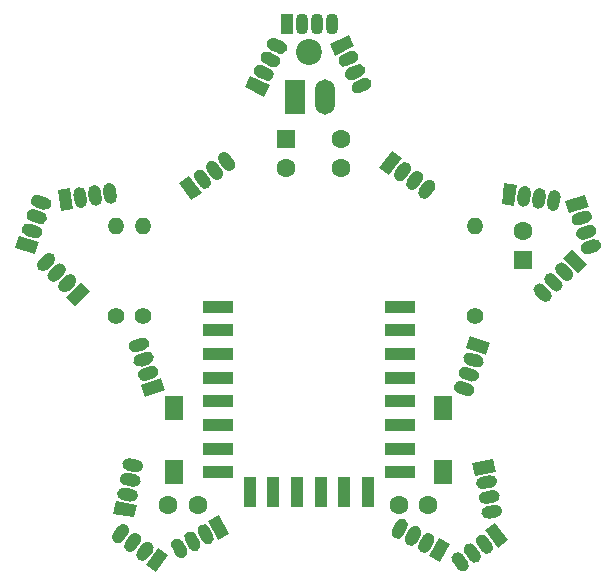
<source format=gbr>
%TF.GenerationSoftware,KiCad,Pcbnew,(5.1.9)-1*%
%TF.CreationDate,2021-09-09T22:51:27+02:00*%
%TF.ProjectId,star,73746172-2e6b-4696-9361-645f70636258,rev?*%
%TF.SameCoordinates,Original*%
%TF.FileFunction,Soldermask,Top*%
%TF.FilePolarity,Negative*%
%FSLAX46Y46*%
G04 Gerber Fmt 4.6, Leading zero omitted, Abs format (unit mm)*
G04 Created by KiCad (PCBNEW (5.1.9)-1) date 2021-09-09 22:51:27*
%MOMM*%
%LPD*%
G01*
G04 APERTURE LIST*
%ADD10C,0.100000*%
%ADD11O,1.070000X1.800000*%
%ADD12R,1.070000X1.800000*%
%ADD13O,1.700000X3.000000*%
%ADD14R,1.700000X3.000000*%
%ADD15R,1.100000X2.500000*%
%ADD16R,2.500000X1.100000*%
%ADD17C,2.200000*%
%ADD18R,1.600000X2.000000*%
%ADD19O,1.400000X1.400000*%
%ADD20C,1.400000*%
%ADD21C,1.600000*%
%ADD22R,1.600000X1.600000*%
G04 APERTURE END LIST*
%TO.C,D7*%
G36*
G01*
X76292319Y-81576131D02*
X75776131Y-82092319D01*
G75*
G02*
X75019527Y-82092319I-378302J378302D01*
G01*
X75019527Y-82092319D01*
G75*
G02*
X75019527Y-81335715I378302J378302D01*
G01*
X75535715Y-80819527D01*
G75*
G02*
X76292319Y-80819527I378302J-378302D01*
G01*
X76292319Y-80819527D01*
G75*
G02*
X76292319Y-81576131I-378302J-378302D01*
G01*
G37*
G36*
G01*
X77190345Y-82474157D02*
X76674157Y-82990345D01*
G75*
G02*
X75917553Y-82990345I-378302J378302D01*
G01*
X75917553Y-82990345D01*
G75*
G02*
X75917553Y-82233741I378302J378302D01*
G01*
X76433741Y-81717553D01*
G75*
G02*
X77190345Y-81717553I378302J-378302D01*
G01*
X77190345Y-81717553D01*
G75*
G02*
X77190345Y-82474157I-378302J-378302D01*
G01*
G37*
G36*
G01*
X78088370Y-83372182D02*
X77572182Y-83888370D01*
G75*
G02*
X76815578Y-83888370I-378302J378302D01*
G01*
X76815578Y-83888370D01*
G75*
G02*
X76815578Y-83131766I378302J378302D01*
G01*
X77331766Y-82615578D01*
G75*
G02*
X78088370Y-82615578I378302J-378302D01*
G01*
X78088370Y-82615578D01*
G75*
G02*
X78088370Y-83372182I-378302J-378302D01*
G01*
G37*
D10*
G36*
X79364698Y-83891906D02*
G01*
X78091906Y-85164698D01*
X77335302Y-84408094D01*
X78608094Y-83135302D01*
X79364698Y-83891906D01*
G37*
%TD*%
%TO.C,D6*%
G36*
G01*
X75431812Y-77021606D02*
X74737540Y-76796024D01*
G75*
G02*
X74394049Y-76121885I165324J508815D01*
G01*
X74394049Y-76121885D01*
G75*
G02*
X75068188Y-75778394I508815J-165324D01*
G01*
X75762460Y-76003976D01*
G75*
G02*
X76105951Y-76678115I-165324J-508815D01*
G01*
X76105951Y-76678115D01*
G75*
G02*
X75431812Y-77021606I-508815J165324D01*
G01*
G37*
G36*
G01*
X75039360Y-78229447D02*
X74345088Y-78003865D01*
G75*
G02*
X74001597Y-77329726I165324J508815D01*
G01*
X74001597Y-77329726D01*
G75*
G02*
X74675736Y-76986235I508815J-165324D01*
G01*
X75370008Y-77211817D01*
G75*
G02*
X75713499Y-77885956I-165324J-508815D01*
G01*
X75713499Y-77885956D01*
G75*
G02*
X75039360Y-78229447I-508815J165324D01*
G01*
G37*
G36*
G01*
X74646909Y-79437289D02*
X73952637Y-79211707D01*
G75*
G02*
X73609146Y-78537568I165324J508815D01*
G01*
X73609146Y-78537568D01*
G75*
G02*
X74283285Y-78194077I508815J-165324D01*
G01*
X74977557Y-78419659D01*
G75*
G02*
X75321048Y-79093798I-165324J-508815D01*
G01*
X75321048Y-79093798D01*
G75*
G02*
X74646909Y-79437289I-508815J165324D01*
G01*
G37*
G36*
X74763272Y-80810456D02*
G01*
X73051370Y-80254225D01*
X73382018Y-79236594D01*
X75093920Y-79792825D01*
X74763272Y-80810456D01*
G37*
%TD*%
%TO.C,D5*%
G36*
X76887822Y-77142449D02*
G01*
X76637311Y-75359966D01*
X77696898Y-75211051D01*
X77947409Y-76993534D01*
X76887822Y-77142449D01*
G37*
G36*
G01*
X78071005Y-76435906D02*
X77969409Y-75713010D01*
G75*
G02*
X78424744Y-75108759I529793J74458D01*
G01*
X78424744Y-75108759D01*
G75*
G02*
X79028995Y-75564094I74458J-529793D01*
G01*
X79130591Y-76286990D01*
G75*
G02*
X78675256Y-76891241I-529793J-74458D01*
G01*
X78675256Y-76891241D01*
G75*
G02*
X78071005Y-76435906I-74458J529793D01*
G01*
G37*
G36*
G01*
X79328646Y-76259156D02*
X79227050Y-75536260D01*
G75*
G02*
X79682385Y-74932009I529793J74458D01*
G01*
X79682385Y-74932009D01*
G75*
G02*
X80286636Y-75387344I74458J-529793D01*
G01*
X80388232Y-76110240D01*
G75*
G02*
X79932897Y-76714491I-529793J-74458D01*
G01*
X79932897Y-76714491D01*
G75*
G02*
X79328646Y-76259156I-74458J529793D01*
G01*
G37*
G36*
G01*
X80586286Y-76082406D02*
X80484690Y-75359510D01*
G75*
G02*
X80940025Y-74755259I529793J74458D01*
G01*
X80940025Y-74755259D01*
G75*
G02*
X81544276Y-75210594I74458J-529793D01*
G01*
X81645872Y-75933490D01*
G75*
G02*
X81190537Y-76537741I-529793J-74458D01*
G01*
X81190537Y-76537741D01*
G75*
G02*
X80586286Y-76082406I-74458J529793D01*
G01*
G37*
%TD*%
%TO.C,D4*%
G36*
X87963828Y-76232042D02*
G01*
X86905814Y-74775812D01*
X87771462Y-74146882D01*
X88829476Y-75603112D01*
X87963828Y-76232042D01*
G37*
G36*
G01*
X88676815Y-75052731D02*
X88247731Y-74462149D01*
G75*
G02*
X88366090Y-73714860I432824J314465D01*
G01*
X88366090Y-73714860D01*
G75*
G02*
X89113379Y-73833219I314465J-432824D01*
G01*
X89542463Y-74423801D01*
G75*
G02*
X89424104Y-75171090I-432824J-314465D01*
G01*
X89424104Y-75171090D01*
G75*
G02*
X88676815Y-75052731I-314465J432824D01*
G01*
G37*
G36*
G01*
X89704266Y-74306243D02*
X89275182Y-73715661D01*
G75*
G02*
X89393541Y-72968372I432824J314465D01*
G01*
X89393541Y-72968372D01*
G75*
G02*
X90140830Y-73086731I314465J-432824D01*
G01*
X90569914Y-73677313D01*
G75*
G02*
X90451555Y-74424602I-432824J-314465D01*
G01*
X90451555Y-74424602D01*
G75*
G02*
X89704266Y-74306243I-314465J432824D01*
G01*
G37*
G36*
G01*
X90731718Y-73559756D02*
X90302634Y-72969174D01*
G75*
G02*
X90420993Y-72221885I432824J314465D01*
G01*
X90420993Y-72221885D01*
G75*
G02*
X91168282Y-72340244I314465J-432824D01*
G01*
X91597366Y-72930826D01*
G75*
G02*
X91479007Y-73678115I-432824J-314465D01*
G01*
X91479007Y-73678115D01*
G75*
G02*
X90731718Y-73559756I-314465J432824D01*
G01*
G37*
%TD*%
%TO.C,D3*%
G36*
G01*
X95300262Y-63799392D02*
X94644142Y-63479382D01*
G75*
G02*
X94397816Y-62763998I234529J480855D01*
G01*
X94397816Y-62763998D01*
G75*
G02*
X95113200Y-62517672I480855J-234529D01*
G01*
X95769320Y-62837682D01*
G75*
G02*
X96015646Y-63553066I-234529J-480855D01*
G01*
X96015646Y-63553066D01*
G75*
G02*
X95300262Y-63799392I-480855J234529D01*
G01*
G37*
G36*
G01*
X94743531Y-64940860D02*
X94087411Y-64620850D01*
G75*
G02*
X93841085Y-63905466I234529J480855D01*
G01*
X93841085Y-63905466D01*
G75*
G02*
X94556469Y-63659140I480855J-234529D01*
G01*
X95212589Y-63979150D01*
G75*
G02*
X95458915Y-64694534I-234529J-480855D01*
G01*
X95458915Y-64694534D01*
G75*
G02*
X94743531Y-64940860I-480855J234529D01*
G01*
G37*
G36*
G01*
X94186799Y-66082329D02*
X93530679Y-65762319D01*
G75*
G02*
X93284353Y-65046935I234529J480855D01*
G01*
X93284353Y-65046935D01*
G75*
G02*
X93999737Y-64800609I480855J-234529D01*
G01*
X94655857Y-65120619D01*
G75*
G02*
X94902183Y-65836003I-234529J-480855D01*
G01*
X94902183Y-65836003D01*
G75*
G02*
X94186799Y-66082329I-480855J234529D01*
G01*
G37*
G36*
X94110923Y-67458326D02*
G01*
X92493094Y-66669258D01*
X92962151Y-65707548D01*
X94579980Y-66496616D01*
X94110923Y-67458326D01*
G37*
%TD*%
D11*
%TO.C,D2*%
X99890000Y-61300000D03*
X98620000Y-61300000D03*
X97350000Y-61300000D03*
D12*
X96080000Y-61300000D03*
%TD*%
%TO.C,D1*%
G36*
G01*
X101807605Y-66203555D02*
X102463725Y-65883545D01*
G75*
G02*
X103179109Y-66129871I234529J-480855D01*
G01*
X103179109Y-66129871D01*
G75*
G02*
X102932783Y-66845255I-480855J-234529D01*
G01*
X102276663Y-67165265D01*
G75*
G02*
X101561279Y-66918939I-234529J480855D01*
G01*
X101561279Y-66918939D01*
G75*
G02*
X101807605Y-66203555I480855J234529D01*
G01*
G37*
G36*
G01*
X101250874Y-65062087D02*
X101906994Y-64742077D01*
G75*
G02*
X102622378Y-64988403I234529J-480855D01*
G01*
X102622378Y-64988403D01*
G75*
G02*
X102376052Y-65703787I-480855J-234529D01*
G01*
X101719932Y-66023797D01*
G75*
G02*
X101004548Y-65777471I-234529J480855D01*
G01*
X101004548Y-65777471D01*
G75*
G02*
X101250874Y-65062087I480855J234529D01*
G01*
G37*
G36*
G01*
X100694142Y-63920618D02*
X101350262Y-63600608D01*
G75*
G02*
X102065646Y-63846934I234529J-480855D01*
G01*
X102065646Y-63846934D01*
G75*
G02*
X101819320Y-64562318I-480855J-234529D01*
G01*
X101163200Y-64882328D01*
G75*
G02*
X100447816Y-64636002I-234529J480855D01*
G01*
X100447816Y-64636002D01*
G75*
G02*
X100694142Y-63920618I480855J234529D01*
G01*
G37*
D10*
G36*
X99656557Y-63013679D02*
G01*
X101274386Y-62224611D01*
X101743443Y-63186321D01*
X100125614Y-63975389D01*
X99656557Y-63013679D01*
G37*
%TD*%
%TO.C,D20*%
G36*
G01*
X107252634Y-75280826D02*
X107681718Y-74690244D01*
G75*
G02*
X108429007Y-74571885I432824J-314465D01*
G01*
X108429007Y-74571885D01*
G75*
G02*
X108547366Y-75319174I-314465J-432824D01*
G01*
X108118282Y-75909756D01*
G75*
G02*
X107370993Y-76028115I-432824J314465D01*
G01*
X107370993Y-76028115D01*
G75*
G02*
X107252634Y-75280826I314465J432824D01*
G01*
G37*
G36*
G01*
X106225182Y-74534339D02*
X106654266Y-73943757D01*
G75*
G02*
X107401555Y-73825398I432824J-314465D01*
G01*
X107401555Y-73825398D01*
G75*
G02*
X107519914Y-74572687I-314465J-432824D01*
G01*
X107090830Y-75163269D01*
G75*
G02*
X106343541Y-75281628I-432824J314465D01*
G01*
X106343541Y-75281628D01*
G75*
G02*
X106225182Y-74534339I314465J432824D01*
G01*
G37*
G36*
G01*
X105197731Y-73787851D02*
X105626815Y-73197269D01*
G75*
G02*
X106374104Y-73078910I432824J-314465D01*
G01*
X106374104Y-73078910D01*
G75*
G02*
X106492463Y-73826199I-314465J-432824D01*
G01*
X106063379Y-74416781D01*
G75*
G02*
X105316090Y-74535140I-432824J314465D01*
G01*
X105316090Y-74535140D01*
G75*
G02*
X105197731Y-73787851I314465J432824D01*
G01*
G37*
G36*
X103855814Y-73474188D02*
G01*
X104913828Y-72017958D01*
X105779476Y-72646888D01*
X104721462Y-74103118D01*
X103855814Y-73474188D01*
G37*
%TD*%
%TO.C,D19*%
G36*
G01*
X118069409Y-76536990D02*
X118171005Y-75814094D01*
G75*
G02*
X118775256Y-75358759I529793J-74458D01*
G01*
X118775256Y-75358759D01*
G75*
G02*
X119230591Y-75963010I-74458J-529793D01*
G01*
X119128995Y-76685906D01*
G75*
G02*
X118524744Y-77141241I-529793J74458D01*
G01*
X118524744Y-77141241D01*
G75*
G02*
X118069409Y-76536990I74458J529793D01*
G01*
G37*
G36*
G01*
X116811769Y-76360240D02*
X116913365Y-75637344D01*
G75*
G02*
X117517616Y-75182009I529793J-74458D01*
G01*
X117517616Y-75182009D01*
G75*
G02*
X117972951Y-75786260I-74458J-529793D01*
G01*
X117871355Y-76509156D01*
G75*
G02*
X117267104Y-76964491I-529793J74458D01*
G01*
X117267104Y-76964491D01*
G75*
G02*
X116811769Y-76360240I74458J529793D01*
G01*
G37*
G36*
G01*
X115554128Y-76183490D02*
X115655724Y-75460594D01*
G75*
G02*
X116259975Y-75005259I529793J-74458D01*
G01*
X116259975Y-75005259D01*
G75*
G02*
X116715310Y-75609510I-74458J-529793D01*
G01*
X116613714Y-76332406D01*
G75*
G02*
X116009463Y-76787741I-529793J74458D01*
G01*
X116009463Y-76787741D01*
G75*
G02*
X115554128Y-76183490I74458J529793D01*
G01*
G37*
G36*
X114222030Y-76536534D02*
G01*
X114472541Y-74754051D01*
X115532128Y-74902966D01*
X115281617Y-76685449D01*
X114222030Y-76536534D01*
G37*
%TD*%
%TO.C,D18*%
G36*
G01*
X121279992Y-79761817D02*
X121974264Y-79536235D01*
G75*
G02*
X122648403Y-79879726I165324J-508815D01*
G01*
X122648403Y-79879726D01*
G75*
G02*
X122304912Y-80553865I-508815J-165324D01*
G01*
X121610640Y-80779447D01*
G75*
G02*
X120936501Y-80435956I-165324J508815D01*
G01*
X120936501Y-80435956D01*
G75*
G02*
X121279992Y-79761817I508815J165324D01*
G01*
G37*
G36*
G01*
X120887540Y-78553976D02*
X121581812Y-78328394D01*
G75*
G02*
X122255951Y-78671885I165324J-508815D01*
G01*
X122255951Y-78671885D01*
G75*
G02*
X121912460Y-79346024I-508815J-165324D01*
G01*
X121218188Y-79571606D01*
G75*
G02*
X120544049Y-79228115I-165324J508815D01*
G01*
X120544049Y-79228115D01*
G75*
G02*
X120887540Y-78553976I508815J165324D01*
G01*
G37*
G36*
G01*
X120495089Y-77346134D02*
X121189361Y-77120552D01*
G75*
G02*
X121863500Y-77464043I165324J-508815D01*
G01*
X121863500Y-77464043D01*
G75*
G02*
X121520009Y-78138182I-508815J-165324D01*
G01*
X120825737Y-78363764D01*
G75*
G02*
X120151598Y-78020273I-165324J508815D01*
G01*
X120151598Y-78020273D01*
G75*
G02*
X120495089Y-77346134I508815J165324D01*
G01*
G37*
G36*
X119593822Y-76303616D02*
G01*
X121305724Y-75747385D01*
X121636372Y-76765016D01*
X119924470Y-77321247D01*
X119593822Y-76303616D01*
G37*
%TD*%
%TO.C,D17*%
G36*
G01*
X117831297Y-83415799D02*
X118338397Y-83940917D01*
G75*
G02*
X118325192Y-84697406I-384847J-371642D01*
G01*
X118325192Y-84697406D01*
G75*
G02*
X117568703Y-84684201I-371642J384847D01*
G01*
X117061603Y-84159083D01*
G75*
G02*
X117074808Y-83402594I384847J371642D01*
G01*
X117074808Y-83402594D01*
G75*
G02*
X117831297Y-83415799I371642J-384847D01*
G01*
G37*
G36*
G01*
X118744859Y-82533583D02*
X119251959Y-83058701D01*
G75*
G02*
X119238754Y-83815190I-384847J-371642D01*
G01*
X119238754Y-83815190D01*
G75*
G02*
X118482265Y-83801985I-371642J384847D01*
G01*
X117975165Y-83276867D01*
G75*
G02*
X117988370Y-82520378I384847J371642D01*
G01*
X117988370Y-82520378D01*
G75*
G02*
X118744859Y-82533583I371642J-384847D01*
G01*
G37*
G36*
G01*
X119658420Y-81651367D02*
X120165520Y-82176485D01*
G75*
G02*
X120152315Y-82932974I-384847J-371642D01*
G01*
X120152315Y-82932974D01*
G75*
G02*
X119395826Y-82919769I-371642J384847D01*
G01*
X118888726Y-82394651D01*
G75*
G02*
X118901931Y-81638162I384847J371642D01*
G01*
X118901931Y-81638162D01*
G75*
G02*
X119658420Y-81651367I371642J-384847D01*
G01*
G37*
G36*
X120200339Y-80384304D02*
G01*
X121450724Y-81679116D01*
X120681031Y-82422400D01*
X119430646Y-81127588D01*
X120200339Y-80384304D01*
G37*
%TD*%
%TO.C,D16*%
G36*
G01*
X110883285Y-91544077D02*
X111577557Y-91769659D01*
G75*
G02*
X111921048Y-92443798I-165324J-508815D01*
G01*
X111921048Y-92443798D01*
G75*
G02*
X111246909Y-92787289I-508815J165324D01*
G01*
X110552637Y-92561707D01*
G75*
G02*
X110209146Y-91887568I165324J508815D01*
G01*
X110209146Y-91887568D01*
G75*
G02*
X110883285Y-91544077I508815J-165324D01*
G01*
G37*
G36*
G01*
X111275737Y-90336236D02*
X111970009Y-90561818D01*
G75*
G02*
X112313500Y-91235957I-165324J-508815D01*
G01*
X112313500Y-91235957D01*
G75*
G02*
X111639361Y-91579448I-508815J165324D01*
G01*
X110945089Y-91353866D01*
G75*
G02*
X110601598Y-90679727I165324J508815D01*
G01*
X110601598Y-90679727D01*
G75*
G02*
X111275737Y-90336236I508815J-165324D01*
G01*
G37*
G36*
G01*
X111668188Y-89128394D02*
X112362460Y-89353976D01*
G75*
G02*
X112705951Y-90028115I-165324J-508815D01*
G01*
X112705951Y-90028115D01*
G75*
G02*
X112031812Y-90371606I-508815J165324D01*
G01*
X111337540Y-90146024D01*
G75*
G02*
X110994049Y-89471885I165324J508815D01*
G01*
X110994049Y-89471885D01*
G75*
G02*
X111668188Y-89128394I508815J-165324D01*
G01*
G37*
G36*
X111551825Y-87755227D02*
G01*
X113263727Y-88311458D01*
X112933079Y-89329089D01*
X111221177Y-88772858D01*
X111551825Y-87755227D01*
G37*
%TD*%
%TO.C,D15*%
G36*
G01*
X112947643Y-102136510D02*
X113666553Y-102009746D01*
G75*
G02*
X114286327Y-102443716I92902J-526872D01*
G01*
X114286327Y-102443716D01*
G75*
G02*
X113852357Y-103063490I-526872J-92902D01*
G01*
X113133447Y-103190254D01*
G75*
G02*
X112513673Y-102756284I-92902J526872D01*
G01*
X112513673Y-102756284D01*
G75*
G02*
X112947643Y-102136510I526872J92902D01*
G01*
G37*
G36*
G01*
X112727109Y-100885804D02*
X113446019Y-100759040D01*
G75*
G02*
X114065793Y-101193010I92902J-526872D01*
G01*
X114065793Y-101193010D01*
G75*
G02*
X113631823Y-101812784I-526872J-92902D01*
G01*
X112912913Y-101939548D01*
G75*
G02*
X112293139Y-101505578I-92902J526872D01*
G01*
X112293139Y-101505578D01*
G75*
G02*
X112727109Y-100885804I526872J92902D01*
G01*
G37*
G36*
G01*
X112506576Y-99635098D02*
X113225486Y-99508334D01*
G75*
G02*
X113845260Y-99942304I92902J-526872D01*
G01*
X113845260Y-99942304D01*
G75*
G02*
X113411290Y-100562078I-526872J-92902D01*
G01*
X112692380Y-100688842D01*
G75*
G02*
X112072606Y-100254872I-92902J526872D01*
G01*
X112072606Y-100254872D01*
G75*
G02*
X112506576Y-99635098I526872J92902D01*
G01*
G37*
G36*
X111759171Y-98477293D02*
G01*
X113531825Y-98164726D01*
X113717629Y-99218471D01*
X111944975Y-99531038D01*
X111759171Y-98477293D01*
G37*
%TD*%
%TO.C,D14*%
G36*
G01*
X110935927Y-106229706D02*
X111365011Y-106820288D01*
G75*
G02*
X111246652Y-107567577I-432824J-314465D01*
G01*
X111246652Y-107567577D01*
G75*
G02*
X110499363Y-107449218I-314465J432824D01*
G01*
X110070279Y-106858636D01*
G75*
G02*
X110188638Y-106111347I432824J314465D01*
G01*
X110188638Y-106111347D01*
G75*
G02*
X110935927Y-106229706I314465J-432824D01*
G01*
G37*
G36*
G01*
X111963379Y-105483219D02*
X112392463Y-106073801D01*
G75*
G02*
X112274104Y-106821090I-432824J-314465D01*
G01*
X112274104Y-106821090D01*
G75*
G02*
X111526815Y-106702731I-314465J432824D01*
G01*
X111097731Y-106112149D01*
G75*
G02*
X111216090Y-105364860I432824J314465D01*
G01*
X111216090Y-105364860D01*
G75*
G02*
X111963379Y-105483219I314465J-432824D01*
G01*
G37*
G36*
G01*
X112990830Y-104736731D02*
X113419914Y-105327313D01*
G75*
G02*
X113301555Y-106074602I-432824J-314465D01*
G01*
X113301555Y-106074602D01*
G75*
G02*
X112554266Y-105956243I-314465J432824D01*
G01*
X112125182Y-105365661D01*
G75*
G02*
X112243541Y-104618372I432824J314465D01*
G01*
X112243541Y-104618372D01*
G75*
G02*
X112990830Y-104736731I314465J-432824D01*
G01*
G37*
G36*
X113703817Y-103557420D02*
G01*
X114761831Y-105013650D01*
X113896183Y-105642580D01*
X112838169Y-104186350D01*
X113703817Y-103557420D01*
G37*
%TD*%
%TO.C,D13*%
G36*
G01*
X106243734Y-103978891D02*
X105901020Y-104623443D01*
G75*
G02*
X105177476Y-104844653I-472377J251167D01*
G01*
X105177476Y-104844653D01*
G75*
G02*
X104956266Y-104121109I251167J472377D01*
G01*
X105298980Y-103476557D01*
G75*
G02*
X106022524Y-103255347I472377J-251167D01*
G01*
X106022524Y-103255347D01*
G75*
G02*
X106243734Y-103978891I-251167J-472377D01*
G01*
G37*
G36*
G01*
X107365077Y-104575120D02*
X107022363Y-105219672D01*
G75*
G02*
X106298819Y-105440882I-472377J251167D01*
G01*
X106298819Y-105440882D01*
G75*
G02*
X106077609Y-104717338I251167J472377D01*
G01*
X106420323Y-104072786D01*
G75*
G02*
X107143867Y-103851576I472377J-251167D01*
G01*
X107143867Y-103851576D01*
G75*
G02*
X107365077Y-104575120I-251167J-472377D01*
G01*
G37*
G36*
G01*
X108486421Y-105171349D02*
X108143707Y-105815901D01*
G75*
G02*
X107420163Y-106037111I-472377J251167D01*
G01*
X107420163Y-106037111D01*
G75*
G02*
X107198953Y-105313567I251167J472377D01*
G01*
X107541667Y-104669015D01*
G75*
G02*
X108265211Y-104447805I472377J-251167D01*
G01*
X108265211Y-104447805D01*
G75*
G02*
X108486421Y-105171349I-251167J-472377D01*
G01*
G37*
G36*
X109858931Y-105295201D02*
G01*
X109013883Y-106884507D01*
X108069129Y-106382173D01*
X108914177Y-104792867D01*
X109858931Y-105295201D01*
G37*
%TD*%
%TO.C,D8*%
G36*
G01*
X84035105Y-88872499D02*
X83340833Y-89098081D01*
G75*
G02*
X82666694Y-88754590I-165324J508815D01*
G01*
X82666694Y-88754590D01*
G75*
G02*
X83010185Y-88080451I508815J165324D01*
G01*
X83704457Y-87854869D01*
G75*
G02*
X84378596Y-88198360I165324J-508815D01*
G01*
X84378596Y-88198360D01*
G75*
G02*
X84035105Y-88872499I-508815J-165324D01*
G01*
G37*
G36*
G01*
X84427557Y-90080340D02*
X83733285Y-90305922D01*
G75*
G02*
X83059146Y-89962431I-165324J508815D01*
G01*
X83059146Y-89962431D01*
G75*
G02*
X83402637Y-89288292I508815J165324D01*
G01*
X84096909Y-89062710D01*
G75*
G02*
X84771048Y-89406201I165324J-508815D01*
G01*
X84771048Y-89406201D01*
G75*
G02*
X84427557Y-90080340I-508815J-165324D01*
G01*
G37*
G36*
G01*
X84820008Y-91288182D02*
X84125736Y-91513764D01*
G75*
G02*
X83451597Y-91170273I-165324J508815D01*
G01*
X83451597Y-91170273D01*
G75*
G02*
X83795088Y-90496134I508815J165324D01*
G01*
X84489360Y-90270552D01*
G75*
G02*
X85163499Y-90614043I165324J-508815D01*
G01*
X85163499Y-90614043D01*
G75*
G02*
X84820008Y-91288182I-508815J-165324D01*
G01*
G37*
G36*
X85721275Y-92330700D02*
G01*
X84009373Y-92886931D01*
X83678725Y-91869300D01*
X85390627Y-91313069D01*
X85721275Y-92330700D01*
G37*
%TD*%
%TO.C,D9*%
G36*
G01*
X83266553Y-99240254D02*
X82547643Y-99113490D01*
G75*
G02*
X82113673Y-98493716I92902J526872D01*
G01*
X82113673Y-98493716D01*
G75*
G02*
X82733447Y-98059746I526872J-92902D01*
G01*
X83452357Y-98186510D01*
G75*
G02*
X83886327Y-98806284I-92902J-526872D01*
G01*
X83886327Y-98806284D01*
G75*
G02*
X83266553Y-99240254I-526872J92902D01*
G01*
G37*
G36*
G01*
X83046019Y-100490960D02*
X82327109Y-100364196D01*
G75*
G02*
X81893139Y-99744422I92902J526872D01*
G01*
X81893139Y-99744422D01*
G75*
G02*
X82512913Y-99310452I526872J-92902D01*
G01*
X83231823Y-99437216D01*
G75*
G02*
X83665793Y-100056990I-92902J-526872D01*
G01*
X83665793Y-100056990D01*
G75*
G02*
X83046019Y-100490960I-526872J92902D01*
G01*
G37*
G36*
G01*
X82825486Y-101741666D02*
X82106576Y-101614902D01*
G75*
G02*
X81672606Y-100995128I92902J526872D01*
G01*
X81672606Y-100995128D01*
G75*
G02*
X82292380Y-100561158I526872J-92902D01*
G01*
X83011290Y-100687922D01*
G75*
G02*
X83445260Y-101307696I-92902J-526872D01*
G01*
X83445260Y-101307696D01*
G75*
G02*
X82825486Y-101741666I-526872J92902D01*
G01*
G37*
G36*
X83131825Y-103085274D02*
G01*
X81359171Y-102772707D01*
X81544975Y-101718962D01*
X83317629Y-102031529D01*
X83131825Y-103085274D01*
G37*
%TD*%
%TO.C,D10*%
G36*
G01*
X82619914Y-104472687D02*
X82190830Y-105063269D01*
G75*
G02*
X81443541Y-105181628I-432824J314465D01*
G01*
X81443541Y-105181628D01*
G75*
G02*
X81325182Y-104434339I314465J432824D01*
G01*
X81754266Y-103843757D01*
G75*
G02*
X82501555Y-103725398I432824J-314465D01*
G01*
X82501555Y-103725398D01*
G75*
G02*
X82619914Y-104472687I-314465J-432824D01*
G01*
G37*
G36*
G01*
X83647366Y-105219174D02*
X83218282Y-105809756D01*
G75*
G02*
X82470993Y-105928115I-432824J314465D01*
G01*
X82470993Y-105928115D01*
G75*
G02*
X82352634Y-105180826I314465J432824D01*
G01*
X82781718Y-104590244D01*
G75*
G02*
X83529007Y-104471885I432824J-314465D01*
G01*
X83529007Y-104471885D01*
G75*
G02*
X83647366Y-105219174I-314465J-432824D01*
G01*
G37*
G36*
G01*
X84674817Y-105965662D02*
X84245733Y-106556244D01*
G75*
G02*
X83498444Y-106674603I-432824J314465D01*
G01*
X83498444Y-106674603D01*
G75*
G02*
X83380085Y-105927314I314465J432824D01*
G01*
X83809169Y-105336732D01*
G75*
G02*
X84556458Y-105218373I432824J-314465D01*
G01*
X84556458Y-105218373D01*
G75*
G02*
X84674817Y-105965662I-314465J-432824D01*
G01*
G37*
G36*
X86016734Y-106279325D02*
G01*
X84958720Y-107735555D01*
X84093072Y-107106625D01*
X85151086Y-105650395D01*
X86016734Y-106279325D01*
G37*
%TD*%
%TO.C,D11*%
G36*
G01*
X87229677Y-105122786D02*
X87572391Y-105767338D01*
G75*
G02*
X87351181Y-106490882I-472377J-251167D01*
G01*
X87351181Y-106490882D01*
G75*
G02*
X86627637Y-106269672I-251167J472377D01*
G01*
X86284923Y-105625120D01*
G75*
G02*
X86506133Y-104901576I472377J251167D01*
G01*
X86506133Y-104901576D01*
G75*
G02*
X87229677Y-105122786I251167J-472377D01*
G01*
G37*
G36*
G01*
X88351020Y-104526557D02*
X88693734Y-105171109D01*
G75*
G02*
X88472524Y-105894653I-472377J-251167D01*
G01*
X88472524Y-105894653D01*
G75*
G02*
X87748980Y-105673443I-251167J472377D01*
G01*
X87406266Y-105028891D01*
G75*
G02*
X87627476Y-104305347I472377J251167D01*
G01*
X87627476Y-104305347D01*
G75*
G02*
X88351020Y-104526557I251167J-472377D01*
G01*
G37*
G36*
G01*
X89472364Y-103930328D02*
X89815078Y-104574880D01*
G75*
G02*
X89593868Y-105298424I-472377J-251167D01*
G01*
X89593868Y-105298424D01*
G75*
G02*
X88870324Y-105077214I-251167J472377D01*
G01*
X88527610Y-104432662D01*
G75*
G02*
X88748820Y-103709118I472377J251167D01*
G01*
X88748820Y-103709118D01*
G75*
G02*
X89472364Y-103930328I251167J-472377D01*
G01*
G37*
G36*
X90342540Y-102861722D02*
G01*
X91187588Y-104451028D01*
X90242834Y-104953362D01*
X89397786Y-103364056D01*
X90342540Y-102861722D01*
G37*
%TD*%
D13*
%TO.C,J1*%
X99240000Y-67500000D03*
D14*
X96700000Y-67500000D03*
%TD*%
D15*
%TO.C,U1*%
X102900000Y-100950000D03*
X100900000Y-100950000D03*
X98900000Y-100950000D03*
X96900000Y-100950000D03*
X94900000Y-100950000D03*
X92900000Y-100950000D03*
D16*
X105610000Y-85250000D03*
X105610000Y-87250000D03*
X105610000Y-89250000D03*
X105610000Y-91250000D03*
X105610000Y-93250000D03*
X105610000Y-95250000D03*
X105610000Y-97250000D03*
X105610000Y-99250000D03*
X90210000Y-99250000D03*
X90210000Y-97250000D03*
X90210000Y-95250000D03*
X90210000Y-93250000D03*
X90210000Y-91250000D03*
X90210000Y-89250000D03*
X90210000Y-87250000D03*
X90210000Y-85250000D03*
%TD*%
D17*
%TO.C,REF\u002A\u002A*%
X97900000Y-63700000D03*
%TD*%
D18*
%TO.C,SW2*%
X109300000Y-99200000D03*
X109300000Y-93800000D03*
%TD*%
%TO.C,SW1*%
X86500000Y-99200000D03*
X86500000Y-93800000D03*
%TD*%
D19*
%TO.C,R3*%
X112000000Y-78380000D03*
D20*
X112000000Y-86000000D03*
%TD*%
D19*
%TO.C,R2*%
X83900000Y-78380000D03*
D20*
X83900000Y-86000000D03*
%TD*%
D19*
%TO.C,R1*%
X81600000Y-78380000D03*
D20*
X81600000Y-86000000D03*
%TD*%
D21*
%TO.C,C5*%
X108000000Y-102000000D03*
X105500000Y-102000000D03*
%TD*%
%TO.C,C4*%
X86000000Y-102000000D03*
X88500000Y-102000000D03*
%TD*%
%TO.C,C3*%
X100600000Y-73500000D03*
X100600000Y-71000000D03*
%TD*%
%TO.C,C2*%
X116000000Y-78800000D03*
D22*
X116000000Y-81300000D03*
%TD*%
D21*
%TO.C,C1*%
X96000000Y-73500000D03*
D22*
X96000000Y-71000000D03*
%TD*%
M02*

</source>
